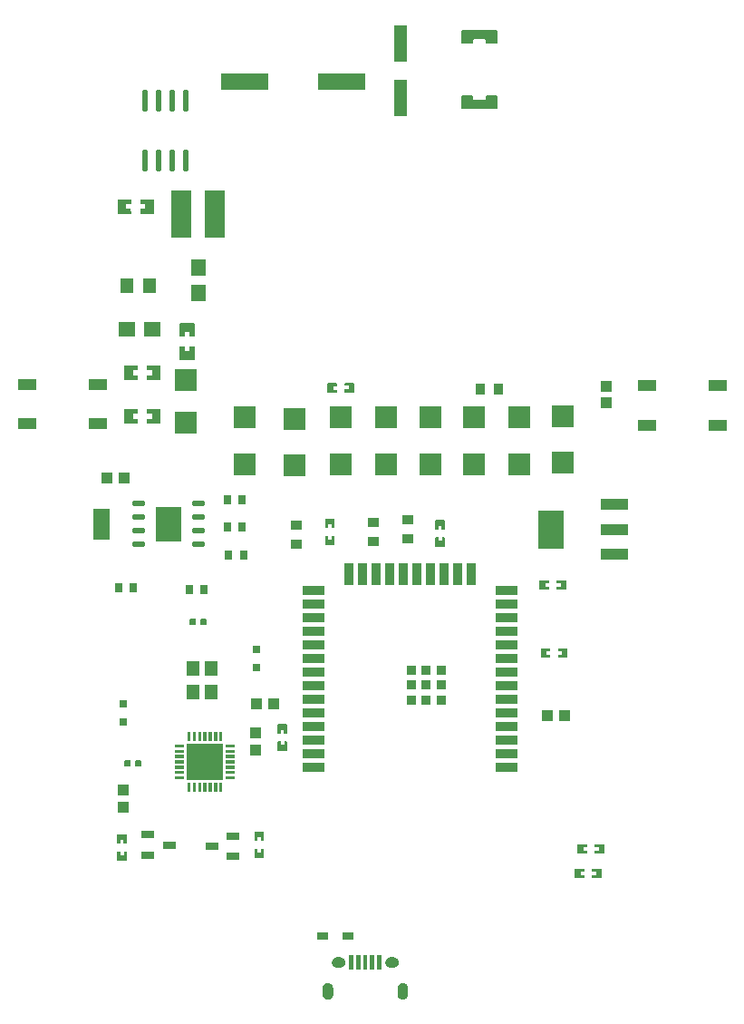
<source format=gtp>
G04 Layer: TopPasteMaskLayer*
G04 EasyEDA v6.5.44, 2024-08-23 10:49:28*
G04 13edeab578334d2c94ea7048694fe743,9c714277b5a14b868680a62259e1ad39,10*
G04 Gerber Generator version 0.2*
G04 Scale: 100 percent, Rotated: No, Reflected: No *
G04 Dimensions in millimeters *
G04 leading zeros omitted , absolute positions ,4 integer and 5 decimal *
%FSLAX45Y45*%
%MOMM*%

%AMMACRO1*21,1,$1,$2,0,0,$3*%
%ADD10R,1.2000X3.5000*%
%ADD11R,1.5000X1.3589*%
%ADD12R,4.5000X1.6500*%
%ADD13R,1.3589X1.5000*%
%ADD14R,1.9000X4.5000*%
%ADD15R,1.3005X1.3995*%
%ADD16R,2.0000X2.0000*%
%ADD17O,0.58801X2.0450048*%
%ADD18MACRO1,3.6X2.34X-90.0000*%
%ADD19R,2.5000X1.1000*%
%ADD20R,1.0000X0.8999*%
%ADD21R,0.8000X0.8000*%
%ADD22R,1.7000X1.0000*%
%ADD23R,0.8000X0.9000*%
%ADD24R,1.0000X0.7500*%
%ADD25R,0.8999X1.0000*%
%ADD26R,1.2500X0.7000*%
%ADD27R,1.1000X1.0000*%
%ADD28R,1.0000X1.1000*%
%ADD29R,0.9050X0.2800*%
%ADD30R,0.2800X0.9050*%
%ADD31R,3.3500X3.3500*%
%ADD32R,2.1000X0.9500*%
%ADD33R,0.9500X2.1000*%
%ADD34R,0.9000X0.9000*%
%ADD35O,1.27X0.508*%
%ADD36R,2.4000X3.3000*%
%ADD37R,1.6000X3.0000*%
%ADD38R,1.2000X1.4000*%
%ADD39R,0.0186X1.4000*%

%LPD*%
G36*
X-3396081Y-1009091D02*
G01*
X-3401110Y-1014120D01*
X-3401110Y-1094079D01*
X-3396081Y-1099108D01*
X-3316122Y-1099108D01*
X-3311093Y-1094079D01*
X-3311093Y-1071321D01*
X-3348126Y-1071321D01*
X-3348126Y-1038301D01*
X-3311093Y-1038301D01*
X-3311093Y-1014120D01*
X-3316122Y-1009091D01*
G37*
G36*
X-3237077Y-1009091D02*
G01*
X-3242106Y-1014120D01*
X-3242106Y-1036878D01*
X-3205073Y-1036878D01*
X-3205073Y-1069898D01*
X-3242106Y-1069898D01*
X-3242106Y-1094079D01*
X-3237077Y-1099108D01*
X-3157118Y-1099108D01*
X-3152089Y-1094079D01*
X-3152089Y-1014120D01*
X-3157118Y-1009091D01*
G37*
G36*
X-3211677Y-780491D02*
G01*
X-3216706Y-785520D01*
X-3216706Y-808278D01*
X-3179673Y-808278D01*
X-3179673Y-841298D01*
X-3216706Y-841298D01*
X-3216706Y-865479D01*
X-3211677Y-870508D01*
X-3131718Y-870508D01*
X-3126689Y-865479D01*
X-3126689Y-785520D01*
X-3131718Y-780491D01*
G37*
G36*
X-3370681Y-780491D02*
G01*
X-3375710Y-785520D01*
X-3375710Y-865479D01*
X-3370681Y-870508D01*
X-3290722Y-870508D01*
X-3285693Y-865479D01*
X-3285693Y-842721D01*
X-3322726Y-842721D01*
X-3322726Y-809701D01*
X-3285693Y-809701D01*
X-3285693Y-785520D01*
X-3290722Y-780491D01*
G37*
G36*
X-7668209Y5239918D02*
G01*
X-7673187Y5234889D01*
X-7673187Y5106924D01*
X-7668209Y5101894D01*
X-7553198Y5101894D01*
X-7548219Y5106924D01*
X-7548676Y5148884D01*
X-7592720Y5148884D01*
X-7592720Y5193893D01*
X-7547711Y5193893D01*
X-7548219Y5234889D01*
X-7553198Y5239918D01*
G37*
G36*
X-7453223Y5239918D02*
G01*
X-7458202Y5234889D01*
X-7457694Y5193893D01*
X-7413701Y5193893D01*
X-7413701Y5148884D01*
X-7458202Y5148884D01*
X-7458202Y5106924D01*
X-7453223Y5101894D01*
X-7338212Y5101894D01*
X-7333183Y5106924D01*
X-7333183Y5234889D01*
X-7338212Y5239918D01*
G37*
G36*
X-4455414Y6822338D02*
G01*
X-4465421Y6812330D01*
X-4465421Y6704075D01*
X-4455414Y6694119D01*
X-4361332Y6694119D01*
X-4351375Y6704075D01*
X-4351375Y6727698D01*
X-4341368Y6737705D01*
X-4243832Y6737705D01*
X-4233824Y6727698D01*
X-4233824Y6704075D01*
X-4223867Y6694119D01*
X-4129786Y6694119D01*
X-4119778Y6704075D01*
X-4119778Y6812330D01*
X-4129786Y6822338D01*
G37*
G36*
X-4455414Y6209080D02*
G01*
X-4465421Y6199124D01*
X-4465421Y6090869D01*
X-4455414Y6080861D01*
X-4129786Y6080861D01*
X-4119778Y6090869D01*
X-4119778Y6199124D01*
X-4129786Y6209080D01*
X-4223867Y6209080D01*
X-4233824Y6199124D01*
X-4233824Y6175502D01*
X-4243832Y6165494D01*
X-4341368Y6165494D01*
X-4351375Y6175502D01*
X-4351375Y6199124D01*
X-4361332Y6209080D01*
G37*
G36*
X-7392212Y3282086D02*
G01*
X-7397191Y3277108D01*
X-7396683Y3235096D01*
X-7352690Y3235096D01*
X-7352690Y3190087D01*
X-7397699Y3190087D01*
X-7397191Y3149092D01*
X-7392212Y3144113D01*
X-7277201Y3144113D01*
X-7272172Y3149092D01*
X-7272172Y3277108D01*
X-7277201Y3282086D01*
G37*
G36*
X-7607198Y3282086D02*
G01*
X-7612176Y3277108D01*
X-7612176Y3149092D01*
X-7607198Y3144113D01*
X-7492187Y3144113D01*
X-7487208Y3149092D01*
X-7487716Y3190087D01*
X-7531709Y3190087D01*
X-7531709Y3235096D01*
X-7487208Y3235096D01*
X-7487208Y3277108D01*
X-7492187Y3282086D01*
G37*
G36*
X-7607198Y3688486D02*
G01*
X-7612227Y3683508D01*
X-7612227Y3555492D01*
X-7607198Y3550513D01*
X-7492187Y3550513D01*
X-7487208Y3555492D01*
X-7487716Y3597503D01*
X-7531709Y3597503D01*
X-7531709Y3642512D01*
X-7486700Y3642512D01*
X-7487208Y3683508D01*
X-7492187Y3688486D01*
G37*
G36*
X-7392212Y3688486D02*
G01*
X-7397191Y3683508D01*
X-7396683Y3642512D01*
X-7352690Y3642512D01*
X-7352690Y3597503D01*
X-7397191Y3597503D01*
X-7397191Y3555492D01*
X-7392212Y3550513D01*
X-7277201Y3550513D01*
X-7272223Y3555492D01*
X-7272223Y3683508D01*
X-7277201Y3688486D01*
G37*
G36*
X-7087108Y4081627D02*
G01*
X-7092086Y4076598D01*
X-7092086Y3961587D01*
X-7087108Y3956608D01*
X-7045096Y3957116D01*
X-7045096Y4001109D01*
X-7000087Y4001109D01*
X-7000087Y3956100D01*
X-6959092Y3956608D01*
X-6954113Y3961587D01*
X-6954113Y4076598D01*
X-6959092Y4081627D01*
G37*
G36*
X-7087108Y3866591D02*
G01*
X-7092086Y3861612D01*
X-7092086Y3746601D01*
X-7087108Y3741623D01*
X-6959092Y3741623D01*
X-6954113Y3746601D01*
X-6954113Y3861612D01*
X-6959092Y3866591D01*
X-7000087Y3866083D01*
X-7000087Y3822090D01*
X-7045096Y3822090D01*
X-7045096Y3866591D01*
G37*
G36*
X-6896506Y1322882D02*
G01*
X-6903516Y1317904D01*
X-6903516Y1272895D01*
X-6896506Y1267917D01*
X-6848500Y1267917D01*
X-6843522Y1272895D01*
X-6843522Y1317904D01*
X-6848500Y1322882D01*
G37*
G36*
X-6994499Y1322882D02*
G01*
X-6999478Y1317904D01*
X-6999478Y1272895D01*
X-6994499Y1267917D01*
X-6946493Y1267917D01*
X-6939483Y1272895D01*
X-6939483Y1317904D01*
X-6946493Y1322882D01*
G37*
G36*
X-7506106Y2082D02*
G01*
X-7513116Y-2895D01*
X-7513116Y-47904D01*
X-7506106Y-52882D01*
X-7458100Y-52882D01*
X-7453122Y-47904D01*
X-7453122Y-2895D01*
X-7458100Y2082D01*
G37*
G36*
X-7604099Y2082D02*
G01*
X-7609078Y-2895D01*
X-7609078Y-47904D01*
X-7604099Y-52882D01*
X-7556093Y-52882D01*
X-7549083Y-47904D01*
X-7549083Y-2895D01*
X-7556093Y2082D01*
G37*
G36*
X-6389979Y-821893D02*
G01*
X-6395008Y-826922D01*
X-6395008Y-906881D01*
X-6389979Y-911910D01*
X-6310020Y-911910D01*
X-6304991Y-906881D01*
X-6304991Y-826922D01*
X-6310020Y-821893D01*
X-6332778Y-821893D01*
X-6332778Y-858926D01*
X-6365798Y-858926D01*
X-6365798Y-821893D01*
G37*
G36*
X-6389979Y-662889D02*
G01*
X-6395008Y-667918D01*
X-6395008Y-747877D01*
X-6389979Y-752906D01*
X-6367221Y-752906D01*
X-6367221Y-715873D01*
X-6334201Y-715873D01*
X-6334201Y-752906D01*
X-6310020Y-752906D01*
X-6304991Y-747877D01*
X-6304991Y-667918D01*
X-6310020Y-662889D01*
G37*
G36*
X-7672679Y-847293D02*
G01*
X-7677708Y-852322D01*
X-7677708Y-932281D01*
X-7672679Y-937310D01*
X-7592720Y-937310D01*
X-7587691Y-932281D01*
X-7587691Y-852322D01*
X-7592720Y-847293D01*
X-7615478Y-847293D01*
X-7615478Y-884326D01*
X-7648498Y-884326D01*
X-7648498Y-847293D01*
G37*
G36*
X-7672679Y-688289D02*
G01*
X-7677708Y-693318D01*
X-7677708Y-773277D01*
X-7672679Y-778306D01*
X-7649921Y-778306D01*
X-7649921Y-741273D01*
X-7616901Y-741273D01*
X-7616901Y-778306D01*
X-7592720Y-778306D01*
X-7587691Y-773277D01*
X-7587691Y-693318D01*
X-7592720Y-688289D01*
G37*
G36*
X-4700879Y2245410D02*
G01*
X-4705908Y2240381D01*
X-4705908Y2160422D01*
X-4700879Y2155393D01*
X-4678121Y2155393D01*
X-4678121Y2192426D01*
X-4645101Y2192426D01*
X-4645101Y2155393D01*
X-4620920Y2155393D01*
X-4615891Y2160422D01*
X-4615891Y2240381D01*
X-4620920Y2245410D01*
G37*
G36*
X-4700879Y2086406D02*
G01*
X-4705908Y2081377D01*
X-4705908Y2001418D01*
X-4700879Y1996389D01*
X-4620920Y1996389D01*
X-4615891Y2001418D01*
X-4615891Y2081377D01*
X-4620920Y2086406D01*
X-4643678Y2086406D01*
X-4643678Y2049373D01*
X-4676698Y2049373D01*
X-4676698Y2086406D01*
G37*
G36*
X-5707481Y3524808D02*
G01*
X-5712510Y3519779D01*
X-5712510Y3439820D01*
X-5707481Y3434791D01*
X-5627522Y3434791D01*
X-5622493Y3439820D01*
X-5622493Y3462578D01*
X-5659526Y3462578D01*
X-5659526Y3495598D01*
X-5622493Y3495598D01*
X-5622493Y3519779D01*
X-5627522Y3524808D01*
G37*
G36*
X-5548477Y3524808D02*
G01*
X-5553506Y3519779D01*
X-5553506Y3497021D01*
X-5516473Y3497021D01*
X-5516473Y3464001D01*
X-5553506Y3464001D01*
X-5553506Y3439820D01*
X-5548477Y3434791D01*
X-5468518Y3434791D01*
X-5463489Y3439820D01*
X-5463489Y3519779D01*
X-5468518Y3524808D01*
G37*
G36*
X-6174079Y181406D02*
G01*
X-6179108Y176377D01*
X-6179108Y96418D01*
X-6174079Y91389D01*
X-6094120Y91389D01*
X-6089091Y96418D01*
X-6089091Y176377D01*
X-6094120Y181406D01*
X-6116878Y181406D01*
X-6116878Y144373D01*
X-6149898Y144373D01*
X-6149898Y181406D01*
G37*
G36*
X-6174079Y340410D02*
G01*
X-6179108Y335381D01*
X-6179108Y255422D01*
X-6174079Y250393D01*
X-6151321Y250393D01*
X-6151321Y287426D01*
X-6118301Y287426D01*
X-6118301Y250393D01*
X-6094120Y250393D01*
X-6089091Y255422D01*
X-6089091Y335381D01*
X-6094120Y340410D01*
G37*
G36*
X-3567277Y1683308D02*
G01*
X-3572306Y1678279D01*
X-3572306Y1655521D01*
X-3535273Y1655521D01*
X-3535273Y1622501D01*
X-3572306Y1622501D01*
X-3572306Y1598320D01*
X-3567277Y1593291D01*
X-3487318Y1593291D01*
X-3482289Y1598320D01*
X-3482289Y1678279D01*
X-3487318Y1683308D01*
G37*
G36*
X-3726281Y1683308D02*
G01*
X-3731310Y1678279D01*
X-3731310Y1598320D01*
X-3726281Y1593291D01*
X-3646322Y1593291D01*
X-3641293Y1598320D01*
X-3641293Y1621078D01*
X-3678326Y1621078D01*
X-3678326Y1654098D01*
X-3641293Y1654098D01*
X-3641293Y1678279D01*
X-3646322Y1683308D01*
G37*
G36*
X-5729579Y2258110D02*
G01*
X-5734608Y2253081D01*
X-5734608Y2173122D01*
X-5729579Y2168093D01*
X-5706821Y2168093D01*
X-5706821Y2205126D01*
X-5673801Y2205126D01*
X-5673801Y2168093D01*
X-5649620Y2168093D01*
X-5644591Y2173122D01*
X-5644591Y2253081D01*
X-5649620Y2258110D01*
G37*
G36*
X-5729579Y2099106D02*
G01*
X-5734608Y2094077D01*
X-5734608Y2014118D01*
X-5729579Y2009089D01*
X-5649620Y2009089D01*
X-5644591Y2014118D01*
X-5644591Y2094077D01*
X-5649620Y2099106D01*
X-5672378Y2099106D01*
X-5672378Y2062073D01*
X-5705398Y2062073D01*
X-5705398Y2099106D01*
G37*
G36*
X-3713581Y1048308D02*
G01*
X-3718610Y1043279D01*
X-3718610Y963320D01*
X-3713581Y958291D01*
X-3633622Y958291D01*
X-3628593Y963320D01*
X-3628593Y986078D01*
X-3665626Y986078D01*
X-3665626Y1019098D01*
X-3628593Y1019098D01*
X-3628593Y1043279D01*
X-3633622Y1048308D01*
G37*
G36*
X-3554577Y1048308D02*
G01*
X-3559606Y1043279D01*
X-3559606Y1020521D01*
X-3522573Y1020521D01*
X-3522573Y987501D01*
X-3559606Y987501D01*
X-3559606Y963320D01*
X-3554577Y958291D01*
X-3474618Y958291D01*
X-3469589Y963320D01*
X-3469589Y1043279D01*
X-3474618Y1048308D01*
G37*
G36*
X-6992975Y122275D02*
G01*
X-6992975Y-147726D01*
X-6722973Y-147726D01*
X-6722973Y122275D01*
G37*
G36*
X-7021982Y270306D02*
G01*
X-7021982Y179781D01*
X-6993991Y179781D01*
X-6993991Y270306D01*
G37*
G36*
X-6971995Y270306D02*
G01*
X-6971995Y179781D01*
X-6944004Y179781D01*
X-6944004Y270306D01*
G37*
G36*
X-6922008Y270306D02*
G01*
X-6922008Y179781D01*
X-6893966Y179781D01*
X-6893966Y270306D01*
G37*
G36*
X-6872020Y270306D02*
G01*
X-6872020Y179781D01*
X-6843979Y179781D01*
X-6843979Y270306D01*
G37*
G36*
X-6821982Y270306D02*
G01*
X-6821982Y179781D01*
X-6793992Y179781D01*
X-6793992Y270306D01*
G37*
G36*
X-6771995Y270306D02*
G01*
X-6771995Y179781D01*
X-6744004Y179781D01*
X-6744004Y270306D01*
G37*
G36*
X-6722008Y270306D02*
G01*
X-6722008Y179781D01*
X-6693966Y179781D01*
X-6693966Y270306D01*
G37*
G36*
X-6665518Y151282D02*
G01*
X-6665518Y123291D01*
X-6574993Y123291D01*
X-6574993Y151282D01*
G37*
G36*
X-6665518Y101295D02*
G01*
X-6665518Y73304D01*
X-6574993Y73304D01*
X-6574993Y101295D01*
G37*
G36*
X-6665518Y51308D02*
G01*
X-6665518Y23266D01*
X-6574993Y23266D01*
X-6574993Y51308D01*
G37*
G36*
X-6665518Y1320D02*
G01*
X-6665518Y-26720D01*
X-6574993Y-26720D01*
X-6574993Y1320D01*
G37*
G36*
X-6665518Y-48717D02*
G01*
X-6665518Y-76708D01*
X-6574993Y-76708D01*
X-6574993Y-48717D01*
G37*
G36*
X-6665518Y-98704D02*
G01*
X-6665518Y-126695D01*
X-6574993Y-126695D01*
X-6574993Y-98704D01*
G37*
G36*
X-6665518Y-148691D02*
G01*
X-6665518Y-176733D01*
X-6574993Y-176733D01*
X-6574993Y-148691D01*
G37*
G36*
X-6722008Y-205181D02*
G01*
X-6722008Y-295706D01*
X-6693966Y-295706D01*
X-6693966Y-205181D01*
G37*
G36*
X-6771995Y-205181D02*
G01*
X-6771995Y-295706D01*
X-6744004Y-295706D01*
X-6744004Y-205181D01*
G37*
G36*
X-6821982Y-205181D02*
G01*
X-6821982Y-295706D01*
X-6793992Y-295706D01*
X-6793992Y-205181D01*
G37*
G36*
X-6872020Y-205181D02*
G01*
X-6872020Y-295706D01*
X-6843979Y-295706D01*
X-6843979Y-205181D01*
G37*
G36*
X-6922008Y-205181D02*
G01*
X-6922008Y-295706D01*
X-6893966Y-295706D01*
X-6893966Y-205181D01*
G37*
G36*
X-6971995Y-205181D02*
G01*
X-6971995Y-295706D01*
X-6944004Y-295706D01*
X-6944004Y-205181D01*
G37*
G36*
X-7021982Y-205181D02*
G01*
X-7021982Y-295706D01*
X-6993991Y-295706D01*
X-6993991Y-205181D01*
G37*
G36*
X-7141006Y-148691D02*
G01*
X-7141006Y-176733D01*
X-7050481Y-176733D01*
X-7050481Y-148691D01*
G37*
G36*
X-7141006Y-98704D02*
G01*
X-7141006Y-126695D01*
X-7050481Y-126695D01*
X-7050481Y-98704D01*
G37*
G36*
X-7141006Y-48717D02*
G01*
X-7141006Y-76708D01*
X-7050481Y-76708D01*
X-7050481Y-48717D01*
G37*
G36*
X-7141006Y1320D02*
G01*
X-7141006Y-26720D01*
X-7050481Y-26720D01*
X-7050481Y1320D01*
G37*
G36*
X-7141006Y51308D02*
G01*
X-7141006Y23266D01*
X-7050481Y23266D01*
X-7050481Y51308D01*
G37*
G36*
X-7141006Y101295D02*
G01*
X-7141006Y73304D01*
X-7050481Y73304D01*
X-7050481Y101295D01*
G37*
G36*
X-7141006Y151282D02*
G01*
X-7141006Y123291D01*
X-7050481Y123291D01*
X-7050481Y151282D01*
G37*
G36*
X-5710631Y-2076805D02*
G01*
X-5715609Y-2077212D01*
X-5720537Y-2078075D01*
X-5725312Y-2079396D01*
X-5729986Y-2081225D01*
X-5734405Y-2083511D01*
X-5738571Y-2086203D01*
X-5742482Y-2089302D01*
X-5746038Y-2092807D01*
X-5749239Y-2096617D01*
X-5752084Y-2100732D01*
X-5754471Y-2105101D01*
X-5756402Y-2109724D01*
X-5757875Y-2114448D01*
X-5758840Y-2119325D01*
X-5759348Y-2124303D01*
X-5759399Y-2181809D01*
X-5759145Y-2186787D01*
X-5758383Y-2191715D01*
X-5757164Y-2196541D01*
X-5755487Y-2201214D01*
X-5753303Y-2205736D01*
X-5750712Y-2209952D01*
X-5747715Y-2213965D01*
X-5744311Y-2217572D01*
X-5740552Y-2220874D01*
X-5736539Y-2223820D01*
X-5732221Y-2226310D01*
X-5727649Y-2228342D01*
X-5722924Y-2229916D01*
X-5718098Y-2231034D01*
X-5713120Y-2231644D01*
X-5708142Y-2231796D01*
X-5703163Y-2231390D01*
X-5698286Y-2230526D01*
X-5693460Y-2229205D01*
X-5688838Y-2227376D01*
X-5684418Y-2225090D01*
X-5680202Y-2222398D01*
X-5676290Y-2219299D01*
X-5672734Y-2215794D01*
X-5669534Y-2211984D01*
X-5666740Y-2207869D01*
X-5664352Y-2203500D01*
X-5662422Y-2198878D01*
X-5660948Y-2194153D01*
X-5659983Y-2189276D01*
X-5659475Y-2184298D01*
X-5659424Y-2126792D01*
X-5659628Y-2121814D01*
X-5660390Y-2116886D01*
X-5661609Y-2112060D01*
X-5663336Y-2107387D01*
X-5665470Y-2102866D01*
X-5668060Y-2098649D01*
X-5671108Y-2094687D01*
X-5674512Y-2091029D01*
X-5678220Y-2087727D01*
X-5682284Y-2084781D01*
X-5686602Y-2082292D01*
X-5691124Y-2080260D01*
X-5695848Y-2078685D01*
X-5700725Y-2077567D01*
X-5705652Y-2076957D01*
G37*
G36*
X-5010658Y-2076805D02*
G01*
X-5015636Y-2077212D01*
X-5020513Y-2078075D01*
X-5025339Y-2079396D01*
X-5029962Y-2081225D01*
X-5034381Y-2083511D01*
X-5038598Y-2086203D01*
X-5042509Y-2089302D01*
X-5046065Y-2092807D01*
X-5049266Y-2096617D01*
X-5052060Y-2100732D01*
X-5054447Y-2105101D01*
X-5056378Y-2109724D01*
X-5057851Y-2114448D01*
X-5058816Y-2119325D01*
X-5059324Y-2124303D01*
X-5059375Y-2181809D01*
X-5059172Y-2186787D01*
X-5058410Y-2191715D01*
X-5057190Y-2196541D01*
X-5055463Y-2201214D01*
X-5053330Y-2205736D01*
X-5050739Y-2209952D01*
X-5047691Y-2213965D01*
X-5044287Y-2217572D01*
X-5040579Y-2220874D01*
X-5036515Y-2223820D01*
X-5032197Y-2226310D01*
X-5027676Y-2228342D01*
X-5022951Y-2229916D01*
X-5018074Y-2231034D01*
X-5013147Y-2231644D01*
X-5008168Y-2231796D01*
X-5003190Y-2231390D01*
X-4998262Y-2230526D01*
X-4993487Y-2229205D01*
X-4988814Y-2227376D01*
X-4984394Y-2225090D01*
X-4980228Y-2222398D01*
X-4976317Y-2219299D01*
X-4972761Y-2215794D01*
X-4969560Y-2211984D01*
X-4966716Y-2207869D01*
X-4964328Y-2203500D01*
X-4962398Y-2198878D01*
X-4960924Y-2194153D01*
X-4959959Y-2189276D01*
X-4959451Y-2184298D01*
X-4959400Y-2126792D01*
X-4959654Y-2121814D01*
X-4960416Y-2116886D01*
X-4961636Y-2112060D01*
X-4963312Y-2107387D01*
X-4965496Y-2102866D01*
X-4968087Y-2098649D01*
X-4971084Y-2094687D01*
X-4974488Y-2091029D01*
X-4978247Y-2087727D01*
X-4982260Y-2084781D01*
X-4986578Y-2082292D01*
X-4991150Y-2080260D01*
X-4995875Y-2078685D01*
X-5000701Y-2077567D01*
X-5005679Y-2076957D01*
G37*
G36*
X-5624423Y-1836775D02*
G01*
X-5629148Y-1837029D01*
X-5633821Y-1837740D01*
X-5638393Y-1838909D01*
X-5642864Y-1840534D01*
X-5647131Y-1842566D01*
X-5651144Y-1845056D01*
X-5654954Y-1847900D01*
X-5658408Y-1851152D01*
X-5661558Y-1854657D01*
X-5664301Y-1858518D01*
X-5666689Y-1862632D01*
X-5668619Y-1866950D01*
X-5670143Y-1871421D01*
X-5671159Y-1876043D01*
X-5671769Y-1880768D01*
X-5671870Y-1885492D01*
X-5671515Y-1890217D01*
X-5670702Y-1894890D01*
X-5669432Y-1899412D01*
X-5667705Y-1903831D01*
X-5665520Y-1908048D01*
X-5662980Y-1912010D01*
X-5660034Y-1915718D01*
X-5656732Y-1919122D01*
X-5653074Y-1922170D01*
X-5649163Y-1924812D01*
X-5644997Y-1927098D01*
X-5640628Y-1928926D01*
X-5636107Y-1930349D01*
X-5631484Y-1931263D01*
X-5626760Y-1931720D01*
X-5594400Y-1931822D01*
X-5589676Y-1931568D01*
X-5585002Y-1930857D01*
X-5580380Y-1929688D01*
X-5575960Y-1928063D01*
X-5571693Y-1926031D01*
X-5567629Y-1923542D01*
X-5563870Y-1920697D01*
X-5560415Y-1917446D01*
X-5557266Y-1913940D01*
X-5554522Y-1910080D01*
X-5552135Y-1905965D01*
X-5550204Y-1901647D01*
X-5548680Y-1897176D01*
X-5547614Y-1892554D01*
X-5547055Y-1887829D01*
X-5546902Y-1883105D01*
X-5547258Y-1878380D01*
X-5548071Y-1873707D01*
X-5549392Y-1869186D01*
X-5551119Y-1864766D01*
X-5553252Y-1860550D01*
X-5555843Y-1856587D01*
X-5558790Y-1852879D01*
X-5562092Y-1849475D01*
X-5565698Y-1846427D01*
X-5569610Y-1843786D01*
X-5573776Y-1841500D01*
X-5578144Y-1839671D01*
X-5582666Y-1838248D01*
X-5587339Y-1837334D01*
X-5592013Y-1836877D01*
G37*
G36*
X-5124399Y-1836775D02*
G01*
X-5129123Y-1837029D01*
X-5133797Y-1837740D01*
X-5138420Y-1838909D01*
X-5142839Y-1840534D01*
X-5147106Y-1842566D01*
X-5151170Y-1845056D01*
X-5154930Y-1847900D01*
X-5158384Y-1851152D01*
X-5161534Y-1854657D01*
X-5164277Y-1858518D01*
X-5166664Y-1862632D01*
X-5168595Y-1866950D01*
X-5170119Y-1871421D01*
X-5171186Y-1876043D01*
X-5171744Y-1880768D01*
X-5171897Y-1885492D01*
X-5171541Y-1890217D01*
X-5170728Y-1894890D01*
X-5169408Y-1899412D01*
X-5167680Y-1903831D01*
X-5165547Y-1908048D01*
X-5162956Y-1912010D01*
X-5160010Y-1915718D01*
X-5156708Y-1919122D01*
X-5153101Y-1922170D01*
X-5149189Y-1924812D01*
X-5145024Y-1927098D01*
X-5140655Y-1928926D01*
X-5136134Y-1930349D01*
X-5131460Y-1931263D01*
X-5126786Y-1931720D01*
X-5094376Y-1931822D01*
X-5089652Y-1931568D01*
X-5084978Y-1930857D01*
X-5080406Y-1929688D01*
X-5075936Y-1928063D01*
X-5071668Y-1926031D01*
X-5067655Y-1923542D01*
X-5063845Y-1920697D01*
X-5060391Y-1917446D01*
X-5057241Y-1913940D01*
X-5054498Y-1910080D01*
X-5052110Y-1905965D01*
X-5050180Y-1901647D01*
X-5048656Y-1897176D01*
X-5047640Y-1892554D01*
X-5047030Y-1887829D01*
X-5046929Y-1883105D01*
X-5047284Y-1878380D01*
X-5048097Y-1873707D01*
X-5049367Y-1869186D01*
X-5051094Y-1864766D01*
X-5053279Y-1860550D01*
X-5055819Y-1856587D01*
X-5058765Y-1852879D01*
X-5062067Y-1849475D01*
X-5065725Y-1846427D01*
X-5069636Y-1843786D01*
X-5073802Y-1841500D01*
X-5078171Y-1839671D01*
X-5082692Y-1838248D01*
X-5087315Y-1837334D01*
X-5092039Y-1836877D01*
G37*
G36*
X-5509514Y-1816760D02*
G01*
X-5509514Y-1951888D01*
X-5469382Y-1951888D01*
X-5469382Y-1816760D01*
G37*
G36*
X-5444490Y-1816760D02*
G01*
X-5444490Y-1951888D01*
X-5404358Y-1951888D01*
X-5404358Y-1816760D01*
G37*
G36*
X-5379466Y-1816760D02*
G01*
X-5379466Y-1951837D01*
X-5339334Y-1951837D01*
X-5339334Y-1816760D01*
G37*
G36*
X-5314442Y-1816760D02*
G01*
X-5314442Y-1951837D01*
X-5274310Y-1951837D01*
X-5274310Y-1816760D01*
G37*
G36*
X-5249418Y-1816760D02*
G01*
X-5249418Y-1951888D01*
X-5209286Y-1951888D01*
X-5209286Y-1816760D01*
G37*
D10*
G01*
X-5029200Y6696887D03*
G01*
X-5029200Y6180912D03*
D11*
G01*
X-7587589Y4025900D03*
G01*
X-7347610Y4025900D03*
D12*
G01*
X-6482486Y6337300D03*
G01*
X-5582513Y6337300D03*
D13*
G01*
X-6921500Y4363110D03*
G01*
X-6921500Y4603089D03*
D14*
G01*
X-6766509Y5105400D03*
G01*
X-7076490Y5105400D03*
D15*
G01*
X-7583678Y4432172D03*
G01*
X-7373620Y4432172D03*
D16*
G01*
X-7035800Y3152775D03*
G01*
X-7035800Y3552825D03*
D17*
G01*
X-7416800Y5602859D03*
G01*
X-7289800Y5602859D03*
G01*
X-7162800Y5602859D03*
G01*
X-7035800Y5602859D03*
G01*
X-7416800Y6157340D03*
G01*
X-7289800Y6157340D03*
G01*
X-7162800Y6157340D03*
G01*
X-7035800Y6157340D03*
D18*
G01*
X-3624394Y2159000D03*
D19*
G01*
X-3030397Y2388996D03*
G01*
X-3030397Y2159000D03*
G01*
X-3030397Y1929003D03*
D20*
G01*
X-5283123Y2218512D03*
G01*
X-5283123Y2048510D03*
D21*
G01*
X-7620000Y359410D03*
G01*
X-7620000Y529589D03*
G01*
X-6375400Y867410D03*
G01*
X-6375400Y1037589D03*
D22*
G01*
X-2730296Y3499612D03*
G01*
X-2070303Y3499738D03*
G01*
X-2730296Y3129661D03*
G01*
X-2070303Y3129661D03*
G01*
X-7861503Y3142487D03*
G01*
X-8521496Y3142361D03*
G01*
X-7861503Y3512438D03*
G01*
X-8521496Y3512438D03*
D23*
G01*
X-6864197Y1600200D03*
G01*
X-7004202Y1600200D03*
G01*
X-6635902Y1917700D03*
G01*
X-6495897Y1917700D03*
G01*
X-7524597Y1612900D03*
G01*
X-7664602Y1612900D03*
G01*
X-6508597Y2184400D03*
G01*
X-6648602Y2184400D03*
G01*
X-6508597Y2438400D03*
G01*
X-6648602Y2438400D03*
D16*
G01*
X-6489700Y3204489D03*
G01*
X-6489700Y2764510D03*
G01*
X-6019800Y3191789D03*
G01*
X-6019800Y2751810D03*
G01*
X-5168900Y3204489D03*
G01*
X-5168900Y2764510D03*
G01*
X-5588000Y3204489D03*
G01*
X-5588000Y2764510D03*
G01*
X-4749800Y3204489D03*
G01*
X-4749800Y2764510D03*
G01*
X-3517900Y3217189D03*
G01*
X-3517900Y2777210D03*
G01*
X-4343400Y3204489D03*
G01*
X-4343400Y2764510D03*
G01*
X-3924300Y3204489D03*
G01*
X-3924300Y2764510D03*
D24*
G01*
X-5521553Y-1638300D03*
G01*
X-5756046Y-1638300D03*
D20*
G01*
X-6007100Y2193188D03*
G01*
X-6007100Y2023186D03*
G01*
X-4965700Y2243988D03*
G01*
X-4965700Y2073986D03*
D25*
G01*
X-4118711Y3467100D03*
G01*
X-4288713Y3467100D03*
D26*
G01*
X-6592900Y-895095D03*
G01*
X-6592900Y-705104D03*
G01*
X-6792899Y-800100D03*
G01*
X-7389799Y-692404D03*
G01*
X-7389799Y-882395D03*
G01*
X-7189800Y-787400D03*
D27*
G01*
X-6388100Y97789D03*
G01*
X-6388100Y257784D03*
D28*
G01*
X-6219189Y533400D03*
G01*
X-6379184Y533400D03*
D27*
G01*
X-3111500Y3336289D03*
G01*
X-3111500Y3496284D03*
D28*
G01*
X-7776210Y2641600D03*
G01*
X-7616215Y2641600D03*
D27*
G01*
X-7620000Y-275589D03*
G01*
X-7620000Y-435584D03*
D28*
G01*
X-3501389Y419100D03*
G01*
X-3661384Y419100D03*
D29*
G01*
X-7095744Y137287D03*
G01*
X-7095744Y87299D03*
G01*
X-7095744Y37287D03*
G01*
X-7095744Y-12700D03*
G01*
X-7095744Y-62712D03*
G01*
X-7095744Y-112699D03*
G01*
X-7095744Y-162712D03*
D30*
G01*
X-7007987Y-250444D03*
G01*
X-6957999Y-250444D03*
G01*
X-6907987Y-250444D03*
G01*
X-6858000Y-250444D03*
G01*
X-6807987Y-250444D03*
G01*
X-6758000Y-250444D03*
G01*
X-6707987Y-250444D03*
D29*
G01*
X-6620255Y-162712D03*
G01*
X-6620255Y-112699D03*
G01*
X-6620255Y-62712D03*
G01*
X-6620255Y-12700D03*
G01*
X-6620255Y37287D03*
G01*
X-6620255Y87299D03*
G01*
X-6620255Y137287D03*
D30*
G01*
X-6707987Y225044D03*
G01*
X-6758000Y225044D03*
G01*
X-6807987Y225044D03*
G01*
X-6858000Y225044D03*
G01*
X-6907987Y225044D03*
G01*
X-6957999Y225044D03*
G01*
X-7007987Y225044D03*
D31*
G01*
X-6858000Y-12700D03*
D32*
G01*
X-4040301Y-62052D03*
G01*
X-4040301Y64947D03*
G01*
X-4040301Y191947D03*
G01*
X-4040301Y318947D03*
G01*
X-4040301Y445947D03*
G01*
X-4040301Y572947D03*
G01*
X-4040301Y699947D03*
G01*
X-4040301Y826947D03*
G01*
X-4040301Y953947D03*
G01*
X-4040301Y1080947D03*
G01*
X-4040301Y1207947D03*
G01*
X-4040301Y1334947D03*
G01*
X-4040301Y1461947D03*
G01*
X-4040301Y1588947D03*
D33*
G01*
X-4368825Y1738452D03*
G01*
X-4495825Y1738452D03*
G01*
X-4622825Y1738452D03*
G01*
X-4749825Y1738452D03*
G01*
X-4876825Y1738452D03*
G01*
X-5003825Y1738452D03*
G01*
X-5130825Y1738452D03*
G01*
X-5257825Y1738452D03*
G01*
X-5384825Y1738452D03*
G01*
X-5511825Y1738452D03*
D32*
G01*
X-5840298Y1588947D03*
G01*
X-5840298Y1461947D03*
G01*
X-5840298Y1334947D03*
G01*
X-5840298Y1207947D03*
G01*
X-5840298Y1080947D03*
G01*
X-5840298Y953947D03*
G01*
X-5840298Y826947D03*
G01*
X-5840298Y699947D03*
G01*
X-5840298Y572947D03*
G01*
X-5840298Y445947D03*
G01*
X-5840298Y318947D03*
G01*
X-5840298Y191947D03*
G01*
X-5840298Y64947D03*
G01*
X-5840298Y-62052D03*
D34*
G01*
X-4790287Y706043D03*
G01*
X-4650308Y706043D03*
G01*
X-4930292Y706043D03*
G01*
X-4930292Y566064D03*
G01*
X-4790287Y566064D03*
G01*
X-4650308Y566064D03*
G01*
X-4650308Y846048D03*
G01*
X-4790287Y846048D03*
G01*
X-4930292Y846048D03*
D35*
G01*
X-7480300Y2400300D03*
G01*
X-7480300Y2273300D03*
G01*
X-7480300Y2146300D03*
G01*
X-7480300Y2019300D03*
G01*
X-6921500Y2019300D03*
G01*
X-6921500Y2146300D03*
G01*
X-6921500Y2273300D03*
G01*
X-6921500Y2400300D03*
D36*
G01*
X-7200900Y2209800D03*
D37*
G01*
X-7823200Y2209800D03*
D38*
G01*
X-6795896Y639292D03*
G01*
X-6795896Y859307D03*
G01*
X-6970903Y859307D03*
G01*
X-6970903Y639292D03*
M02*

</source>
